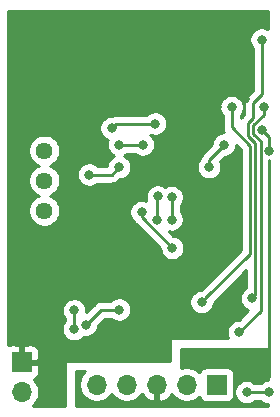
<source format=gbr>
%TF.GenerationSoftware,KiCad,Pcbnew,(5.1.6)-1*%
%TF.CreationDate,2021-05-29T12:16:40-05:00*%
%TF.ProjectId,Sapphire_AnalogMic,53617070-6869-4726-955f-416e616c6f67,rev?*%
%TF.SameCoordinates,Original*%
%TF.FileFunction,Copper,L2,Bot*%
%TF.FilePolarity,Positive*%
%FSLAX46Y46*%
G04 Gerber Fmt 4.6, Leading zero omitted, Abs format (unit mm)*
G04 Created by KiCad (PCBNEW (5.1.6)-1) date 2021-05-29 12:16:40*
%MOMM*%
%LPD*%
G01*
G04 APERTURE LIST*
%TA.AperFunction,ComponentPad*%
%ADD10C,1.440000*%
%TD*%
%TA.AperFunction,ComponentPad*%
%ADD11O,1.700000X1.700000*%
%TD*%
%TA.AperFunction,ComponentPad*%
%ADD12R,1.700000X1.700000*%
%TD*%
%TA.AperFunction,ViaPad*%
%ADD13C,0.800000*%
%TD*%
%TA.AperFunction,Conductor*%
%ADD14C,0.250000*%
%TD*%
%TA.AperFunction,Conductor*%
%ADD15C,0.254000*%
%TD*%
G04 APERTURE END LIST*
D10*
%TO.P,RV101,3*%
%TO.N,Net-(R106-Pad2)*%
X113030000Y-117348000D03*
%TO.P,RV101,2*%
X113030000Y-114808000D03*
%TO.P,RV101,1*%
%TO.N,/MIC_REF*%
X113030000Y-112268000D03*
%TD*%
D11*
%TO.P,MK101,2*%
%TO.N,/MIC_OUT*%
X111125000Y-132715000D03*
D12*
%TO.P,MK101,1*%
%TO.N,GNDA*%
X111125000Y-130175000D03*
%TD*%
D11*
%TO.P,J101,5*%
%TO.N,/I2C_SDA*%
X117475000Y-132080000D03*
%TO.P,J101,4*%
%TO.N,/I2C_SCL*%
X120015000Y-132080000D03*
%TO.P,J101,3*%
%TO.N,/PGND*%
X122555000Y-132080000D03*
%TO.P,J101,2*%
%TO.N,/FILTER_CLOCK*%
X125095000Y-132080000D03*
D12*
%TO.P,J101,1*%
%TO.N,/P3V3*%
X127635000Y-132080000D03*
%TD*%
D13*
%TO.N,GNDA*%
X116840000Y-119380000D03*
X127635000Y-108585000D03*
X123825000Y-125730000D03*
X116840000Y-123825000D03*
X116825642Y-129540997D03*
X119380000Y-105410000D03*
X129449990Y-120650000D03*
X123956913Y-111891913D03*
X130059331Y-107938403D03*
X112395000Y-124460000D03*
X116205000Y-102870000D03*
%TO.N,+3.3VADC*%
X127000000Y-113665000D03*
X128270000Y-111760000D03*
X129540000Y-127635000D03*
X131639934Y-108585000D03*
%TO.N,+1V5*%
X122555000Y-118110000D03*
X122651503Y-116154186D03*
X122428000Y-109982000D03*
X118745000Y-110363000D03*
%TO.N,/FILTER_CLOCK*%
X130175000Y-132715000D03*
X132080000Y-132715000D03*
X131445000Y-110490000D03*
X132080000Y-112304990D03*
%TO.N,+3V0*%
X128905000Y-108585000D03*
X126365000Y-125095000D03*
X119380000Y-125730000D03*
X116586000Y-127000000D03*
%TO.N,/I2C_SCL*%
X131445000Y-102870000D03*
X130629989Y-124781649D03*
%TO.N,/RgB*%
X123873900Y-120497501D03*
X121285000Y-117474992D03*
%TO.N,/FILTER_IN*%
X123825000Y-116205000D03*
X123825000Y-118110000D03*
%TO.N,Net-(JP104-Pad2)*%
X119380000Y-111760000D03*
X121385970Y-111761326D03*
%TO.N,/MIC_OUT*%
X119380000Y-113665000D03*
X116840000Y-114300010D03*
X115570000Y-125792490D03*
X115570000Y-127381000D03*
%TD*%
D14*
%TO.N,GNDA*%
X127635000Y-105410000D02*
X130059331Y-107834331D01*
X130059331Y-107834331D02*
X130059331Y-107938403D01*
%TO.N,+3.3VADC*%
X127000000Y-113665000D02*
X127000000Y-113030000D01*
X127000000Y-113030000D02*
X128270000Y-111760000D01*
X130719998Y-110141998D02*
X131639934Y-109222062D01*
X131354999Y-125820001D02*
X131354999Y-111473003D01*
X130719998Y-110838002D02*
X130719998Y-110141998D01*
X131354999Y-111473003D02*
X130719998Y-110838002D01*
X129540000Y-127635000D02*
X131354999Y-125820001D01*
X131639934Y-109222062D02*
X131639934Y-108585000D01*
%TO.N,+1V5*%
X122555000Y-118110000D02*
X122555000Y-116250689D01*
X122555000Y-116250689D02*
X122651503Y-116154186D01*
X122428000Y-109982000D02*
X119253000Y-109982000D01*
X119253000Y-109982000D02*
X119126000Y-109982000D01*
X119126000Y-109982000D02*
X118745000Y-110363000D01*
%TO.N,/FILTER_CLOCK*%
X130175000Y-132715000D02*
X132080000Y-132715000D01*
X132080000Y-111125000D02*
X132080000Y-112304990D01*
X131445000Y-110490000D02*
X132080000Y-111125000D01*
%TO.N,+3V0*%
X128905000Y-108585000D02*
X128905000Y-110295825D01*
X126764999Y-124695001D02*
X126365000Y-125095000D01*
X130454977Y-111845802D02*
X130454977Y-121005024D01*
X130454977Y-121005024D02*
X126764999Y-124695001D01*
X128905000Y-110295825D02*
X130454977Y-111845802D01*
X119380000Y-125730000D02*
X117856000Y-125730000D01*
X117856000Y-125730000D02*
X116586000Y-127000000D01*
%TO.N,/PGND*%
X129540000Y-129540000D02*
X132080000Y-129540000D01*
X132080000Y-114300000D02*
X132080000Y-129540000D01*
X132080000Y-129540000D02*
X132080000Y-131445000D01*
X132080000Y-114300000D02*
X132080000Y-113665000D01*
X132080000Y-113665000D02*
X132080000Y-113030000D01*
X129540000Y-129540000D02*
X125095000Y-129540000D01*
%TO.N,/I2C_SCL*%
X131445000Y-102870000D02*
X131445000Y-107511996D01*
X130904988Y-124506650D02*
X130629989Y-124781649D01*
X130269987Y-109955598D02*
X130269987Y-111024402D01*
X130904988Y-111659403D02*
X130904988Y-124506650D01*
X130719998Y-108236998D02*
X130719998Y-109505587D01*
X130719998Y-109505587D02*
X130269987Y-109955598D01*
X130269987Y-111024402D02*
X130904988Y-111659403D01*
X131445000Y-107511996D02*
X130719998Y-108236998D01*
%TO.N,/RgB*%
X123873900Y-120497501D02*
X121285000Y-117908601D01*
X121285000Y-117908601D02*
X121285000Y-117474992D01*
%TO.N,/FILTER_IN*%
X123825000Y-116205000D02*
X123825000Y-118110000D01*
%TO.N,Net-(JP104-Pad2)*%
X121384644Y-111760000D02*
X121385970Y-111761326D01*
X119380000Y-111760000D02*
X121384644Y-111760000D01*
%TO.N,/MIC_OUT*%
X119380000Y-113665000D02*
X118744990Y-114300010D01*
X118744990Y-114300010D02*
X116840000Y-114300010D01*
X115570000Y-125792490D02*
X115570000Y-127381000D01*
%TD*%
D15*
%TO.N,GNDA*%
G36*
X131953000Y-101964651D02*
G01*
X131935256Y-101952795D01*
X131746898Y-101874774D01*
X131546939Y-101835000D01*
X131343061Y-101835000D01*
X131143102Y-101874774D01*
X130954744Y-101952795D01*
X130785226Y-102066063D01*
X130641063Y-102210226D01*
X130527795Y-102379744D01*
X130449774Y-102568102D01*
X130410000Y-102768061D01*
X130410000Y-102971939D01*
X130449774Y-103171898D01*
X130527795Y-103360256D01*
X130641063Y-103529774D01*
X130685000Y-103573711D01*
X130685001Y-107197193D01*
X130209000Y-107673195D01*
X130179997Y-107696997D01*
X130124869Y-107764172D01*
X130085024Y-107812722D01*
X130049355Y-107879454D01*
X130014452Y-107944752D01*
X129970995Y-108088013D01*
X129959998Y-108199666D01*
X129959998Y-108199676D01*
X129956322Y-108236998D01*
X129959998Y-108274321D01*
X129959999Y-109190785D01*
X129758990Y-109391794D01*
X129729986Y-109415597D01*
X129674858Y-109482772D01*
X129665000Y-109494783D01*
X129665000Y-109288711D01*
X129708937Y-109244774D01*
X129822205Y-109075256D01*
X129900226Y-108886898D01*
X129940000Y-108686939D01*
X129940000Y-108483061D01*
X129900226Y-108283102D01*
X129822205Y-108094744D01*
X129708937Y-107925226D01*
X129564774Y-107781063D01*
X129395256Y-107667795D01*
X129206898Y-107589774D01*
X129006939Y-107550000D01*
X128803061Y-107550000D01*
X128603102Y-107589774D01*
X128414744Y-107667795D01*
X128245226Y-107781063D01*
X128101063Y-107925226D01*
X127987795Y-108094744D01*
X127909774Y-108283102D01*
X127870000Y-108483061D01*
X127870000Y-108686939D01*
X127909774Y-108886898D01*
X127987795Y-109075256D01*
X128101063Y-109244774D01*
X128145000Y-109288711D01*
X128145001Y-110258493D01*
X128141324Y-110295825D01*
X128145001Y-110333158D01*
X128155998Y-110444811D01*
X128162104Y-110464939D01*
X128199454Y-110588071D01*
X128270026Y-110720101D01*
X128274047Y-110725000D01*
X128168061Y-110725000D01*
X127968102Y-110764774D01*
X127779744Y-110842795D01*
X127610226Y-110956063D01*
X127466063Y-111100226D01*
X127352795Y-111269744D01*
X127274774Y-111458102D01*
X127235000Y-111658061D01*
X127235000Y-111720198D01*
X126488998Y-112466201D01*
X126460000Y-112489999D01*
X126436202Y-112518997D01*
X126436201Y-112518998D01*
X126365026Y-112605724D01*
X126326110Y-112678531D01*
X126294454Y-112737753D01*
X126250997Y-112881014D01*
X126243428Y-112957861D01*
X126196063Y-113005226D01*
X126082795Y-113174744D01*
X126004774Y-113363102D01*
X125965000Y-113563061D01*
X125965000Y-113766939D01*
X126004774Y-113966898D01*
X126082795Y-114155256D01*
X126196063Y-114324774D01*
X126340226Y-114468937D01*
X126509744Y-114582205D01*
X126698102Y-114660226D01*
X126898061Y-114700000D01*
X127101939Y-114700000D01*
X127301898Y-114660226D01*
X127490256Y-114582205D01*
X127659774Y-114468937D01*
X127803937Y-114324774D01*
X127917205Y-114155256D01*
X127995226Y-113966898D01*
X128035000Y-113766939D01*
X128035000Y-113563061D01*
X127995226Y-113363102D01*
X127920969Y-113183832D01*
X128309802Y-112795000D01*
X128371939Y-112795000D01*
X128571898Y-112755226D01*
X128760256Y-112677205D01*
X128929774Y-112563937D01*
X129073937Y-112419774D01*
X129187205Y-112250256D01*
X129265226Y-112061898D01*
X129305000Y-111861939D01*
X129305000Y-111770627D01*
X129694977Y-112160605D01*
X129694978Y-120690221D01*
X126325199Y-124060000D01*
X126263061Y-124060000D01*
X126063102Y-124099774D01*
X125874744Y-124177795D01*
X125705226Y-124291063D01*
X125561063Y-124435226D01*
X125447795Y-124604744D01*
X125369774Y-124793102D01*
X125330000Y-124993061D01*
X125330000Y-125196939D01*
X125369774Y-125396898D01*
X125447795Y-125585256D01*
X125561063Y-125754774D01*
X125705226Y-125898937D01*
X125874744Y-126012205D01*
X126063102Y-126090226D01*
X126263061Y-126130000D01*
X126466939Y-126130000D01*
X126666898Y-126090226D01*
X126855256Y-126012205D01*
X127024774Y-125898937D01*
X127168937Y-125754774D01*
X127282205Y-125585256D01*
X127360226Y-125396898D01*
X127400000Y-125196939D01*
X127400000Y-125134801D01*
X130144989Y-122389814D01*
X130144989Y-123862267D01*
X130139733Y-123864444D01*
X129970215Y-123977712D01*
X129826052Y-124121875D01*
X129712784Y-124291393D01*
X129634763Y-124479751D01*
X129594989Y-124679710D01*
X129594989Y-124883588D01*
X129634763Y-125083547D01*
X129712784Y-125271905D01*
X129826052Y-125441423D01*
X129970215Y-125585586D01*
X130139733Y-125698854D01*
X130324720Y-125775479D01*
X129500199Y-126600000D01*
X129438061Y-126600000D01*
X129238102Y-126639774D01*
X129049744Y-126717795D01*
X128880226Y-126831063D01*
X128736063Y-126975226D01*
X128622795Y-127144744D01*
X128544774Y-127333102D01*
X128505000Y-127533061D01*
X128505000Y-127736939D01*
X128544774Y-127936898D01*
X128622795Y-128125256D01*
X128634651Y-128143000D01*
X123825000Y-128143000D01*
X123800224Y-128145440D01*
X123776399Y-128152667D01*
X123754443Y-128164403D01*
X123735197Y-128180197D01*
X123719403Y-128199443D01*
X123707667Y-128221399D01*
X123700440Y-128245224D01*
X123698000Y-128270000D01*
X123698000Y-130048000D01*
X114935000Y-130048000D01*
X114910224Y-130050440D01*
X114886399Y-130057667D01*
X114864443Y-130069403D01*
X114845197Y-130085197D01*
X114829403Y-130104443D01*
X114817667Y-130126399D01*
X114810440Y-130150224D01*
X114808000Y-130175000D01*
X114808000Y-133858000D01*
X112082107Y-133858000D01*
X112278475Y-133661632D01*
X112440990Y-133418411D01*
X112552932Y-133148158D01*
X112610000Y-132861260D01*
X112610000Y-132568740D01*
X112552932Y-132281842D01*
X112440990Y-132011589D01*
X112278475Y-131768368D01*
X112146620Y-131636513D01*
X112219180Y-131614502D01*
X112329494Y-131555537D01*
X112426185Y-131476185D01*
X112505537Y-131379494D01*
X112564502Y-131269180D01*
X112600812Y-131149482D01*
X112613072Y-131025000D01*
X112610000Y-130460750D01*
X112451250Y-130302000D01*
X111252000Y-130302000D01*
X111252000Y-130322000D01*
X110998000Y-130322000D01*
X110998000Y-130302000D01*
X110978000Y-130302000D01*
X110978000Y-130048000D01*
X110998000Y-130048000D01*
X110998000Y-128848750D01*
X111252000Y-128848750D01*
X111252000Y-130048000D01*
X112451250Y-130048000D01*
X112610000Y-129889250D01*
X112613072Y-129325000D01*
X112600812Y-129200518D01*
X112564502Y-129080820D01*
X112505537Y-128970506D01*
X112426185Y-128873815D01*
X112329494Y-128794463D01*
X112219180Y-128735498D01*
X112099482Y-128699188D01*
X111975000Y-128686928D01*
X111410750Y-128690000D01*
X111252000Y-128848750D01*
X110998000Y-128848750D01*
X110839250Y-128690000D01*
X110275000Y-128686928D01*
X110150518Y-128699188D01*
X110030820Y-128735498D01*
X109982000Y-128761593D01*
X109982000Y-125690551D01*
X114535000Y-125690551D01*
X114535000Y-125894429D01*
X114574774Y-126094388D01*
X114652795Y-126282746D01*
X114766063Y-126452264D01*
X114810000Y-126496201D01*
X114810001Y-126677288D01*
X114766063Y-126721226D01*
X114652795Y-126890744D01*
X114574774Y-127079102D01*
X114535000Y-127279061D01*
X114535000Y-127482939D01*
X114574774Y-127682898D01*
X114652795Y-127871256D01*
X114766063Y-128040774D01*
X114910226Y-128184937D01*
X115079744Y-128298205D01*
X115268102Y-128376226D01*
X115468061Y-128416000D01*
X115671939Y-128416000D01*
X115871898Y-128376226D01*
X116060256Y-128298205D01*
X116229774Y-128184937D01*
X116373937Y-128040774D01*
X116390262Y-128016342D01*
X116484061Y-128035000D01*
X116687939Y-128035000D01*
X116887898Y-127995226D01*
X117076256Y-127917205D01*
X117245774Y-127803937D01*
X117389937Y-127659774D01*
X117503205Y-127490256D01*
X117581226Y-127301898D01*
X117621000Y-127101939D01*
X117621000Y-127039801D01*
X118170802Y-126490000D01*
X118676289Y-126490000D01*
X118720226Y-126533937D01*
X118889744Y-126647205D01*
X119078102Y-126725226D01*
X119278061Y-126765000D01*
X119481939Y-126765000D01*
X119681898Y-126725226D01*
X119870256Y-126647205D01*
X120039774Y-126533937D01*
X120183937Y-126389774D01*
X120297205Y-126220256D01*
X120375226Y-126031898D01*
X120415000Y-125831939D01*
X120415000Y-125628061D01*
X120375226Y-125428102D01*
X120297205Y-125239744D01*
X120183937Y-125070226D01*
X120039774Y-124926063D01*
X119870256Y-124812795D01*
X119681898Y-124734774D01*
X119481939Y-124695000D01*
X119278061Y-124695000D01*
X119078102Y-124734774D01*
X118889744Y-124812795D01*
X118720226Y-124926063D01*
X118676289Y-124970000D01*
X117893322Y-124970000D01*
X117855999Y-124966324D01*
X117818676Y-124970000D01*
X117818667Y-124970000D01*
X117707014Y-124980997D01*
X117563753Y-125024454D01*
X117431724Y-125095026D01*
X117315999Y-125189999D01*
X117292201Y-125218997D01*
X116602078Y-125909121D01*
X116605000Y-125894429D01*
X116605000Y-125690551D01*
X116565226Y-125490592D01*
X116487205Y-125302234D01*
X116373937Y-125132716D01*
X116229774Y-124988553D01*
X116060256Y-124875285D01*
X115871898Y-124797264D01*
X115671939Y-124757490D01*
X115468061Y-124757490D01*
X115268102Y-124797264D01*
X115079744Y-124875285D01*
X114910226Y-124988553D01*
X114766063Y-125132716D01*
X114652795Y-125302234D01*
X114574774Y-125490592D01*
X114535000Y-125690551D01*
X109982000Y-125690551D01*
X109982000Y-112134544D01*
X111675000Y-112134544D01*
X111675000Y-112401456D01*
X111727072Y-112663239D01*
X111829215Y-112909833D01*
X111977503Y-113131762D01*
X112166238Y-113320497D01*
X112388167Y-113468785D01*
X112555266Y-113538000D01*
X112388167Y-113607215D01*
X112166238Y-113755503D01*
X111977503Y-113944238D01*
X111829215Y-114166167D01*
X111727072Y-114412761D01*
X111675000Y-114674544D01*
X111675000Y-114941456D01*
X111727072Y-115203239D01*
X111829215Y-115449833D01*
X111977503Y-115671762D01*
X112166238Y-115860497D01*
X112388167Y-116008785D01*
X112555266Y-116078000D01*
X112388167Y-116147215D01*
X112166238Y-116295503D01*
X111977503Y-116484238D01*
X111829215Y-116706167D01*
X111727072Y-116952761D01*
X111675000Y-117214544D01*
X111675000Y-117481456D01*
X111727072Y-117743239D01*
X111829215Y-117989833D01*
X111977503Y-118211762D01*
X112166238Y-118400497D01*
X112388167Y-118548785D01*
X112634761Y-118650928D01*
X112896544Y-118703000D01*
X113163456Y-118703000D01*
X113425239Y-118650928D01*
X113671833Y-118548785D01*
X113893762Y-118400497D01*
X114082497Y-118211762D01*
X114230785Y-117989833D01*
X114332928Y-117743239D01*
X114385000Y-117481456D01*
X114385000Y-117373053D01*
X120250000Y-117373053D01*
X120250000Y-117576931D01*
X120289774Y-117776890D01*
X120367795Y-117965248D01*
X120481063Y-118134766D01*
X120616555Y-118270258D01*
X120650026Y-118332877D01*
X120689871Y-118381427D01*
X120744999Y-118448602D01*
X120774003Y-118472405D01*
X122838900Y-120537304D01*
X122838900Y-120599440D01*
X122878674Y-120799399D01*
X122956695Y-120987757D01*
X123069963Y-121157275D01*
X123214126Y-121301438D01*
X123383644Y-121414706D01*
X123572002Y-121492727D01*
X123771961Y-121532501D01*
X123975839Y-121532501D01*
X124175798Y-121492727D01*
X124364156Y-121414706D01*
X124533674Y-121301438D01*
X124677837Y-121157275D01*
X124791105Y-120987757D01*
X124869126Y-120799399D01*
X124908900Y-120599440D01*
X124908900Y-120395562D01*
X124869126Y-120195603D01*
X124791105Y-120007245D01*
X124677837Y-119837727D01*
X124533674Y-119693564D01*
X124364156Y-119580296D01*
X124175798Y-119502275D01*
X123975839Y-119462501D01*
X123913703Y-119462501D01*
X123564702Y-119113501D01*
X123723061Y-119145000D01*
X123926939Y-119145000D01*
X124126898Y-119105226D01*
X124315256Y-119027205D01*
X124484774Y-118913937D01*
X124628937Y-118769774D01*
X124742205Y-118600256D01*
X124820226Y-118411898D01*
X124860000Y-118211939D01*
X124860000Y-118008061D01*
X124820226Y-117808102D01*
X124742205Y-117619744D01*
X124628937Y-117450226D01*
X124585000Y-117406289D01*
X124585000Y-116908711D01*
X124628937Y-116864774D01*
X124742205Y-116695256D01*
X124820226Y-116506898D01*
X124860000Y-116306939D01*
X124860000Y-116103061D01*
X124820226Y-115903102D01*
X124742205Y-115714744D01*
X124628937Y-115545226D01*
X124484774Y-115401063D01*
X124315256Y-115287795D01*
X124126898Y-115209774D01*
X123926939Y-115170000D01*
X123723061Y-115170000D01*
X123523102Y-115209774D01*
X123334744Y-115287795D01*
X123276276Y-115326862D01*
X123141759Y-115236981D01*
X122953401Y-115158960D01*
X122753442Y-115119186D01*
X122549564Y-115119186D01*
X122349605Y-115158960D01*
X122161247Y-115236981D01*
X121991729Y-115350249D01*
X121847566Y-115494412D01*
X121734298Y-115663930D01*
X121656277Y-115852288D01*
X121616503Y-116052247D01*
X121616503Y-116256125D01*
X121656277Y-116456084D01*
X121682487Y-116519361D01*
X121586898Y-116479766D01*
X121386939Y-116439992D01*
X121183061Y-116439992D01*
X120983102Y-116479766D01*
X120794744Y-116557787D01*
X120625226Y-116671055D01*
X120481063Y-116815218D01*
X120367795Y-116984736D01*
X120289774Y-117173094D01*
X120250000Y-117373053D01*
X114385000Y-117373053D01*
X114385000Y-117214544D01*
X114332928Y-116952761D01*
X114230785Y-116706167D01*
X114082497Y-116484238D01*
X113893762Y-116295503D01*
X113671833Y-116147215D01*
X113504734Y-116078000D01*
X113671833Y-116008785D01*
X113893762Y-115860497D01*
X114082497Y-115671762D01*
X114230785Y-115449833D01*
X114332928Y-115203239D01*
X114385000Y-114941456D01*
X114385000Y-114674544D01*
X114332928Y-114412761D01*
X114244001Y-114198071D01*
X115805000Y-114198071D01*
X115805000Y-114401949D01*
X115844774Y-114601908D01*
X115922795Y-114790266D01*
X116036063Y-114959784D01*
X116180226Y-115103947D01*
X116349744Y-115217215D01*
X116538102Y-115295236D01*
X116738061Y-115335010D01*
X116941939Y-115335010D01*
X117141898Y-115295236D01*
X117330256Y-115217215D01*
X117499774Y-115103947D01*
X117543711Y-115060010D01*
X118707668Y-115060010D01*
X118744990Y-115063686D01*
X118782312Y-115060010D01*
X118782323Y-115060010D01*
X118893976Y-115049013D01*
X119037237Y-115005556D01*
X119169266Y-114934984D01*
X119284991Y-114840011D01*
X119308793Y-114811008D01*
X119419801Y-114700000D01*
X119481939Y-114700000D01*
X119681898Y-114660226D01*
X119870256Y-114582205D01*
X120039774Y-114468937D01*
X120183937Y-114324774D01*
X120297205Y-114155256D01*
X120375226Y-113966898D01*
X120415000Y-113766939D01*
X120415000Y-113563061D01*
X120375226Y-113363102D01*
X120297205Y-113174744D01*
X120183937Y-113005226D01*
X120039774Y-112861063D01*
X119870256Y-112747795D01*
X119785047Y-112712500D01*
X119870256Y-112677205D01*
X120039774Y-112563937D01*
X120083711Y-112520000D01*
X120680933Y-112520000D01*
X120726196Y-112565263D01*
X120895714Y-112678531D01*
X121084072Y-112756552D01*
X121284031Y-112796326D01*
X121487909Y-112796326D01*
X121687868Y-112756552D01*
X121876226Y-112678531D01*
X122045744Y-112565263D01*
X122189907Y-112421100D01*
X122303175Y-112251582D01*
X122381196Y-112063224D01*
X122420970Y-111863265D01*
X122420970Y-111659387D01*
X122381196Y-111459428D01*
X122303175Y-111271070D01*
X122189907Y-111101552D01*
X122045744Y-110957389D01*
X121992788Y-110922005D01*
X122126102Y-110977226D01*
X122326061Y-111017000D01*
X122529939Y-111017000D01*
X122729898Y-110977226D01*
X122918256Y-110899205D01*
X123087774Y-110785937D01*
X123231937Y-110641774D01*
X123345205Y-110472256D01*
X123423226Y-110283898D01*
X123463000Y-110083939D01*
X123463000Y-109880061D01*
X123423226Y-109680102D01*
X123345205Y-109491744D01*
X123231937Y-109322226D01*
X123087774Y-109178063D01*
X122918256Y-109064795D01*
X122729898Y-108986774D01*
X122529939Y-108947000D01*
X122326061Y-108947000D01*
X122126102Y-108986774D01*
X121937744Y-109064795D01*
X121768226Y-109178063D01*
X121724289Y-109222000D01*
X119163322Y-109222000D01*
X119125999Y-109218324D01*
X119088676Y-109222000D01*
X119088667Y-109222000D01*
X118977014Y-109232997D01*
X118833753Y-109276454D01*
X118737319Y-109328000D01*
X118643061Y-109328000D01*
X118443102Y-109367774D01*
X118254744Y-109445795D01*
X118085226Y-109559063D01*
X117941063Y-109703226D01*
X117827795Y-109872744D01*
X117749774Y-110061102D01*
X117710000Y-110261061D01*
X117710000Y-110464939D01*
X117749774Y-110664898D01*
X117827795Y-110853256D01*
X117941063Y-111022774D01*
X118085226Y-111166937D01*
X118254744Y-111280205D01*
X118428628Y-111352231D01*
X118384774Y-111458102D01*
X118345000Y-111658061D01*
X118345000Y-111861939D01*
X118384774Y-112061898D01*
X118462795Y-112250256D01*
X118576063Y-112419774D01*
X118720226Y-112563937D01*
X118889744Y-112677205D01*
X118974953Y-112712500D01*
X118889744Y-112747795D01*
X118720226Y-112861063D01*
X118576063Y-113005226D01*
X118462795Y-113174744D01*
X118384774Y-113363102D01*
X118349585Y-113540010D01*
X117543711Y-113540010D01*
X117499774Y-113496073D01*
X117330256Y-113382805D01*
X117141898Y-113304784D01*
X116941939Y-113265010D01*
X116738061Y-113265010D01*
X116538102Y-113304784D01*
X116349744Y-113382805D01*
X116180226Y-113496073D01*
X116036063Y-113640236D01*
X115922795Y-113809754D01*
X115844774Y-113998112D01*
X115805000Y-114198071D01*
X114244001Y-114198071D01*
X114230785Y-114166167D01*
X114082497Y-113944238D01*
X113893762Y-113755503D01*
X113671833Y-113607215D01*
X113504734Y-113538000D01*
X113671833Y-113468785D01*
X113893762Y-113320497D01*
X114082497Y-113131762D01*
X114230785Y-112909833D01*
X114332928Y-112663239D01*
X114385000Y-112401456D01*
X114385000Y-112134544D01*
X114332928Y-111872761D01*
X114230785Y-111626167D01*
X114082497Y-111404238D01*
X113893762Y-111215503D01*
X113671833Y-111067215D01*
X113425239Y-110965072D01*
X113163456Y-110913000D01*
X112896544Y-110913000D01*
X112634761Y-110965072D01*
X112388167Y-111067215D01*
X112166238Y-111215503D01*
X111977503Y-111404238D01*
X111829215Y-111626167D01*
X111727072Y-111872761D01*
X111675000Y-112134544D01*
X109982000Y-112134544D01*
X109982000Y-100457000D01*
X131953000Y-100457000D01*
X131953000Y-101964651D01*
G37*
X131953000Y-101964651D02*
X131935256Y-101952795D01*
X131746898Y-101874774D01*
X131546939Y-101835000D01*
X131343061Y-101835000D01*
X131143102Y-101874774D01*
X130954744Y-101952795D01*
X130785226Y-102066063D01*
X130641063Y-102210226D01*
X130527795Y-102379744D01*
X130449774Y-102568102D01*
X130410000Y-102768061D01*
X130410000Y-102971939D01*
X130449774Y-103171898D01*
X130527795Y-103360256D01*
X130641063Y-103529774D01*
X130685000Y-103573711D01*
X130685001Y-107197193D01*
X130209000Y-107673195D01*
X130179997Y-107696997D01*
X130124869Y-107764172D01*
X130085024Y-107812722D01*
X130049355Y-107879454D01*
X130014452Y-107944752D01*
X129970995Y-108088013D01*
X129959998Y-108199666D01*
X129959998Y-108199676D01*
X129956322Y-108236998D01*
X129959998Y-108274321D01*
X129959999Y-109190785D01*
X129758990Y-109391794D01*
X129729986Y-109415597D01*
X129674858Y-109482772D01*
X129665000Y-109494783D01*
X129665000Y-109288711D01*
X129708937Y-109244774D01*
X129822205Y-109075256D01*
X129900226Y-108886898D01*
X129940000Y-108686939D01*
X129940000Y-108483061D01*
X129900226Y-108283102D01*
X129822205Y-108094744D01*
X129708937Y-107925226D01*
X129564774Y-107781063D01*
X129395256Y-107667795D01*
X129206898Y-107589774D01*
X129006939Y-107550000D01*
X128803061Y-107550000D01*
X128603102Y-107589774D01*
X128414744Y-107667795D01*
X128245226Y-107781063D01*
X128101063Y-107925226D01*
X127987795Y-108094744D01*
X127909774Y-108283102D01*
X127870000Y-108483061D01*
X127870000Y-108686939D01*
X127909774Y-108886898D01*
X127987795Y-109075256D01*
X128101063Y-109244774D01*
X128145000Y-109288711D01*
X128145001Y-110258493D01*
X128141324Y-110295825D01*
X128145001Y-110333158D01*
X128155998Y-110444811D01*
X128162104Y-110464939D01*
X128199454Y-110588071D01*
X128270026Y-110720101D01*
X128274047Y-110725000D01*
X128168061Y-110725000D01*
X127968102Y-110764774D01*
X127779744Y-110842795D01*
X127610226Y-110956063D01*
X127466063Y-111100226D01*
X127352795Y-111269744D01*
X127274774Y-111458102D01*
X127235000Y-111658061D01*
X127235000Y-111720198D01*
X126488998Y-112466201D01*
X126460000Y-112489999D01*
X126436202Y-112518997D01*
X126436201Y-112518998D01*
X126365026Y-112605724D01*
X126326110Y-112678531D01*
X126294454Y-112737753D01*
X126250997Y-112881014D01*
X126243428Y-112957861D01*
X126196063Y-113005226D01*
X126082795Y-113174744D01*
X126004774Y-113363102D01*
X125965000Y-113563061D01*
X125965000Y-113766939D01*
X126004774Y-113966898D01*
X126082795Y-114155256D01*
X126196063Y-114324774D01*
X126340226Y-114468937D01*
X126509744Y-114582205D01*
X126698102Y-114660226D01*
X126898061Y-114700000D01*
X127101939Y-114700000D01*
X127301898Y-114660226D01*
X127490256Y-114582205D01*
X127659774Y-114468937D01*
X127803937Y-114324774D01*
X127917205Y-114155256D01*
X127995226Y-113966898D01*
X128035000Y-113766939D01*
X128035000Y-113563061D01*
X127995226Y-113363102D01*
X127920969Y-113183832D01*
X128309802Y-112795000D01*
X128371939Y-112795000D01*
X128571898Y-112755226D01*
X128760256Y-112677205D01*
X128929774Y-112563937D01*
X129073937Y-112419774D01*
X129187205Y-112250256D01*
X129265226Y-112061898D01*
X129305000Y-111861939D01*
X129305000Y-111770627D01*
X129694977Y-112160605D01*
X129694978Y-120690221D01*
X126325199Y-124060000D01*
X126263061Y-124060000D01*
X126063102Y-124099774D01*
X125874744Y-124177795D01*
X125705226Y-124291063D01*
X125561063Y-124435226D01*
X125447795Y-124604744D01*
X125369774Y-124793102D01*
X125330000Y-124993061D01*
X125330000Y-125196939D01*
X125369774Y-125396898D01*
X125447795Y-125585256D01*
X125561063Y-125754774D01*
X125705226Y-125898937D01*
X125874744Y-126012205D01*
X126063102Y-126090226D01*
X126263061Y-126130000D01*
X126466939Y-126130000D01*
X126666898Y-126090226D01*
X126855256Y-126012205D01*
X127024774Y-125898937D01*
X127168937Y-125754774D01*
X127282205Y-125585256D01*
X127360226Y-125396898D01*
X127400000Y-125196939D01*
X127400000Y-125134801D01*
X130144989Y-122389814D01*
X130144989Y-123862267D01*
X130139733Y-123864444D01*
X129970215Y-123977712D01*
X129826052Y-124121875D01*
X129712784Y-124291393D01*
X129634763Y-124479751D01*
X129594989Y-124679710D01*
X129594989Y-124883588D01*
X129634763Y-125083547D01*
X129712784Y-125271905D01*
X129826052Y-125441423D01*
X129970215Y-125585586D01*
X130139733Y-125698854D01*
X130324720Y-125775479D01*
X129500199Y-126600000D01*
X129438061Y-126600000D01*
X129238102Y-126639774D01*
X129049744Y-126717795D01*
X128880226Y-126831063D01*
X128736063Y-126975226D01*
X128622795Y-127144744D01*
X128544774Y-127333102D01*
X128505000Y-127533061D01*
X128505000Y-127736939D01*
X128544774Y-127936898D01*
X128622795Y-128125256D01*
X128634651Y-128143000D01*
X123825000Y-128143000D01*
X123800224Y-128145440D01*
X123776399Y-128152667D01*
X123754443Y-128164403D01*
X123735197Y-128180197D01*
X123719403Y-128199443D01*
X123707667Y-128221399D01*
X123700440Y-128245224D01*
X123698000Y-128270000D01*
X123698000Y-130048000D01*
X114935000Y-130048000D01*
X114910224Y-130050440D01*
X114886399Y-130057667D01*
X114864443Y-130069403D01*
X114845197Y-130085197D01*
X114829403Y-130104443D01*
X114817667Y-130126399D01*
X114810440Y-130150224D01*
X114808000Y-130175000D01*
X114808000Y-133858000D01*
X112082107Y-133858000D01*
X112278475Y-133661632D01*
X112440990Y-133418411D01*
X112552932Y-133148158D01*
X112610000Y-132861260D01*
X112610000Y-132568740D01*
X112552932Y-132281842D01*
X112440990Y-132011589D01*
X112278475Y-131768368D01*
X112146620Y-131636513D01*
X112219180Y-131614502D01*
X112329494Y-131555537D01*
X112426185Y-131476185D01*
X112505537Y-131379494D01*
X112564502Y-131269180D01*
X112600812Y-131149482D01*
X112613072Y-131025000D01*
X112610000Y-130460750D01*
X112451250Y-130302000D01*
X111252000Y-130302000D01*
X111252000Y-130322000D01*
X110998000Y-130322000D01*
X110998000Y-130302000D01*
X110978000Y-130302000D01*
X110978000Y-130048000D01*
X110998000Y-130048000D01*
X110998000Y-128848750D01*
X111252000Y-128848750D01*
X111252000Y-130048000D01*
X112451250Y-130048000D01*
X112610000Y-129889250D01*
X112613072Y-129325000D01*
X112600812Y-129200518D01*
X112564502Y-129080820D01*
X112505537Y-128970506D01*
X112426185Y-128873815D01*
X112329494Y-128794463D01*
X112219180Y-128735498D01*
X112099482Y-128699188D01*
X111975000Y-128686928D01*
X111410750Y-128690000D01*
X111252000Y-128848750D01*
X110998000Y-128848750D01*
X110839250Y-128690000D01*
X110275000Y-128686928D01*
X110150518Y-128699188D01*
X110030820Y-128735498D01*
X109982000Y-128761593D01*
X109982000Y-125690551D01*
X114535000Y-125690551D01*
X114535000Y-125894429D01*
X114574774Y-126094388D01*
X114652795Y-126282746D01*
X114766063Y-126452264D01*
X114810000Y-126496201D01*
X114810001Y-126677288D01*
X114766063Y-126721226D01*
X114652795Y-126890744D01*
X114574774Y-127079102D01*
X114535000Y-127279061D01*
X114535000Y-127482939D01*
X114574774Y-127682898D01*
X114652795Y-127871256D01*
X114766063Y-128040774D01*
X114910226Y-128184937D01*
X115079744Y-128298205D01*
X115268102Y-128376226D01*
X115468061Y-128416000D01*
X115671939Y-128416000D01*
X115871898Y-128376226D01*
X116060256Y-128298205D01*
X116229774Y-128184937D01*
X116373937Y-128040774D01*
X116390262Y-128016342D01*
X116484061Y-128035000D01*
X116687939Y-128035000D01*
X116887898Y-127995226D01*
X117076256Y-127917205D01*
X117245774Y-127803937D01*
X117389937Y-127659774D01*
X117503205Y-127490256D01*
X117581226Y-127301898D01*
X117621000Y-127101939D01*
X117621000Y-127039801D01*
X118170802Y-126490000D01*
X118676289Y-126490000D01*
X118720226Y-126533937D01*
X118889744Y-126647205D01*
X119078102Y-126725226D01*
X119278061Y-126765000D01*
X119481939Y-126765000D01*
X119681898Y-126725226D01*
X119870256Y-126647205D01*
X120039774Y-126533937D01*
X120183937Y-126389774D01*
X120297205Y-126220256D01*
X120375226Y-126031898D01*
X120415000Y-125831939D01*
X120415000Y-125628061D01*
X120375226Y-125428102D01*
X120297205Y-125239744D01*
X120183937Y-125070226D01*
X120039774Y-124926063D01*
X119870256Y-124812795D01*
X119681898Y-124734774D01*
X119481939Y-124695000D01*
X119278061Y-124695000D01*
X119078102Y-124734774D01*
X118889744Y-124812795D01*
X118720226Y-124926063D01*
X118676289Y-124970000D01*
X117893322Y-124970000D01*
X117855999Y-124966324D01*
X117818676Y-124970000D01*
X117818667Y-124970000D01*
X117707014Y-124980997D01*
X117563753Y-125024454D01*
X117431724Y-125095026D01*
X117315999Y-125189999D01*
X117292201Y-125218997D01*
X116602078Y-125909121D01*
X116605000Y-125894429D01*
X116605000Y-125690551D01*
X116565226Y-125490592D01*
X116487205Y-125302234D01*
X116373937Y-125132716D01*
X116229774Y-124988553D01*
X116060256Y-124875285D01*
X115871898Y-124797264D01*
X115671939Y-124757490D01*
X115468061Y-124757490D01*
X115268102Y-124797264D01*
X115079744Y-124875285D01*
X114910226Y-124988553D01*
X114766063Y-125132716D01*
X114652795Y-125302234D01*
X114574774Y-125490592D01*
X114535000Y-125690551D01*
X109982000Y-125690551D01*
X109982000Y-112134544D01*
X111675000Y-112134544D01*
X111675000Y-112401456D01*
X111727072Y-112663239D01*
X111829215Y-112909833D01*
X111977503Y-113131762D01*
X112166238Y-113320497D01*
X112388167Y-113468785D01*
X112555266Y-113538000D01*
X112388167Y-113607215D01*
X112166238Y-113755503D01*
X111977503Y-113944238D01*
X111829215Y-114166167D01*
X111727072Y-114412761D01*
X111675000Y-114674544D01*
X111675000Y-114941456D01*
X111727072Y-115203239D01*
X111829215Y-115449833D01*
X111977503Y-115671762D01*
X112166238Y-115860497D01*
X112388167Y-116008785D01*
X112555266Y-116078000D01*
X112388167Y-116147215D01*
X112166238Y-116295503D01*
X111977503Y-116484238D01*
X111829215Y-116706167D01*
X111727072Y-116952761D01*
X111675000Y-117214544D01*
X111675000Y-117481456D01*
X111727072Y-117743239D01*
X111829215Y-117989833D01*
X111977503Y-118211762D01*
X112166238Y-118400497D01*
X112388167Y-118548785D01*
X112634761Y-118650928D01*
X112896544Y-118703000D01*
X113163456Y-118703000D01*
X113425239Y-118650928D01*
X113671833Y-118548785D01*
X113893762Y-118400497D01*
X114082497Y-118211762D01*
X114230785Y-117989833D01*
X114332928Y-117743239D01*
X114385000Y-117481456D01*
X114385000Y-117373053D01*
X120250000Y-117373053D01*
X120250000Y-117576931D01*
X120289774Y-117776890D01*
X120367795Y-117965248D01*
X120481063Y-118134766D01*
X120616555Y-118270258D01*
X120650026Y-118332877D01*
X120689871Y-118381427D01*
X120744999Y-118448602D01*
X120774003Y-118472405D01*
X122838900Y-120537304D01*
X122838900Y-120599440D01*
X122878674Y-120799399D01*
X122956695Y-120987757D01*
X123069963Y-121157275D01*
X123214126Y-121301438D01*
X123383644Y-121414706D01*
X123572002Y-121492727D01*
X123771961Y-121532501D01*
X123975839Y-121532501D01*
X124175798Y-121492727D01*
X124364156Y-121414706D01*
X124533674Y-121301438D01*
X124677837Y-121157275D01*
X124791105Y-120987757D01*
X124869126Y-120799399D01*
X124908900Y-120599440D01*
X124908900Y-120395562D01*
X124869126Y-120195603D01*
X124791105Y-120007245D01*
X124677837Y-119837727D01*
X124533674Y-119693564D01*
X124364156Y-119580296D01*
X124175798Y-119502275D01*
X123975839Y-119462501D01*
X123913703Y-119462501D01*
X123564702Y-119113501D01*
X123723061Y-119145000D01*
X123926939Y-119145000D01*
X124126898Y-119105226D01*
X124315256Y-119027205D01*
X124484774Y-118913937D01*
X124628937Y-118769774D01*
X124742205Y-118600256D01*
X124820226Y-118411898D01*
X124860000Y-118211939D01*
X124860000Y-118008061D01*
X124820226Y-117808102D01*
X124742205Y-117619744D01*
X124628937Y-117450226D01*
X124585000Y-117406289D01*
X124585000Y-116908711D01*
X124628937Y-116864774D01*
X124742205Y-116695256D01*
X124820226Y-116506898D01*
X124860000Y-116306939D01*
X124860000Y-116103061D01*
X124820226Y-115903102D01*
X124742205Y-115714744D01*
X124628937Y-115545226D01*
X124484774Y-115401063D01*
X124315256Y-115287795D01*
X124126898Y-115209774D01*
X123926939Y-115170000D01*
X123723061Y-115170000D01*
X123523102Y-115209774D01*
X123334744Y-115287795D01*
X123276276Y-115326862D01*
X123141759Y-115236981D01*
X122953401Y-115158960D01*
X122753442Y-115119186D01*
X122549564Y-115119186D01*
X122349605Y-115158960D01*
X122161247Y-115236981D01*
X121991729Y-115350249D01*
X121847566Y-115494412D01*
X121734298Y-115663930D01*
X121656277Y-115852288D01*
X121616503Y-116052247D01*
X121616503Y-116256125D01*
X121656277Y-116456084D01*
X121682487Y-116519361D01*
X121586898Y-116479766D01*
X121386939Y-116439992D01*
X121183061Y-116439992D01*
X120983102Y-116479766D01*
X120794744Y-116557787D01*
X120625226Y-116671055D01*
X120481063Y-116815218D01*
X120367795Y-116984736D01*
X120289774Y-117173094D01*
X120250000Y-117373053D01*
X114385000Y-117373053D01*
X114385000Y-117214544D01*
X114332928Y-116952761D01*
X114230785Y-116706167D01*
X114082497Y-116484238D01*
X113893762Y-116295503D01*
X113671833Y-116147215D01*
X113504734Y-116078000D01*
X113671833Y-116008785D01*
X113893762Y-115860497D01*
X114082497Y-115671762D01*
X114230785Y-115449833D01*
X114332928Y-115203239D01*
X114385000Y-114941456D01*
X114385000Y-114674544D01*
X114332928Y-114412761D01*
X114244001Y-114198071D01*
X115805000Y-114198071D01*
X115805000Y-114401949D01*
X115844774Y-114601908D01*
X115922795Y-114790266D01*
X116036063Y-114959784D01*
X116180226Y-115103947D01*
X116349744Y-115217215D01*
X116538102Y-115295236D01*
X116738061Y-115335010D01*
X116941939Y-115335010D01*
X117141898Y-115295236D01*
X117330256Y-115217215D01*
X117499774Y-115103947D01*
X117543711Y-115060010D01*
X118707668Y-115060010D01*
X118744990Y-115063686D01*
X118782312Y-115060010D01*
X118782323Y-115060010D01*
X118893976Y-115049013D01*
X119037237Y-115005556D01*
X119169266Y-114934984D01*
X119284991Y-114840011D01*
X119308793Y-114811008D01*
X119419801Y-114700000D01*
X119481939Y-114700000D01*
X119681898Y-114660226D01*
X119870256Y-114582205D01*
X120039774Y-114468937D01*
X120183937Y-114324774D01*
X120297205Y-114155256D01*
X120375226Y-113966898D01*
X120415000Y-113766939D01*
X120415000Y-113563061D01*
X120375226Y-113363102D01*
X120297205Y-113174744D01*
X120183937Y-113005226D01*
X120039774Y-112861063D01*
X119870256Y-112747795D01*
X119785047Y-112712500D01*
X119870256Y-112677205D01*
X120039774Y-112563937D01*
X120083711Y-112520000D01*
X120680933Y-112520000D01*
X120726196Y-112565263D01*
X120895714Y-112678531D01*
X121084072Y-112756552D01*
X121284031Y-112796326D01*
X121487909Y-112796326D01*
X121687868Y-112756552D01*
X121876226Y-112678531D01*
X122045744Y-112565263D01*
X122189907Y-112421100D01*
X122303175Y-112251582D01*
X122381196Y-112063224D01*
X122420970Y-111863265D01*
X122420970Y-111659387D01*
X122381196Y-111459428D01*
X122303175Y-111271070D01*
X122189907Y-111101552D01*
X122045744Y-110957389D01*
X121992788Y-110922005D01*
X122126102Y-110977226D01*
X122326061Y-111017000D01*
X122529939Y-111017000D01*
X122729898Y-110977226D01*
X122918256Y-110899205D01*
X123087774Y-110785937D01*
X123231937Y-110641774D01*
X123345205Y-110472256D01*
X123423226Y-110283898D01*
X123463000Y-110083939D01*
X123463000Y-109880061D01*
X123423226Y-109680102D01*
X123345205Y-109491744D01*
X123231937Y-109322226D01*
X123087774Y-109178063D01*
X122918256Y-109064795D01*
X122729898Y-108986774D01*
X122529939Y-108947000D01*
X122326061Y-108947000D01*
X122126102Y-108986774D01*
X121937744Y-109064795D01*
X121768226Y-109178063D01*
X121724289Y-109222000D01*
X119163322Y-109222000D01*
X119125999Y-109218324D01*
X119088676Y-109222000D01*
X119088667Y-109222000D01*
X118977014Y-109232997D01*
X118833753Y-109276454D01*
X118737319Y-109328000D01*
X118643061Y-109328000D01*
X118443102Y-109367774D01*
X118254744Y-109445795D01*
X118085226Y-109559063D01*
X117941063Y-109703226D01*
X117827795Y-109872744D01*
X117749774Y-110061102D01*
X117710000Y-110261061D01*
X117710000Y-110464939D01*
X117749774Y-110664898D01*
X117827795Y-110853256D01*
X117941063Y-111022774D01*
X118085226Y-111166937D01*
X118254744Y-111280205D01*
X118428628Y-111352231D01*
X118384774Y-111458102D01*
X118345000Y-111658061D01*
X118345000Y-111861939D01*
X118384774Y-112061898D01*
X118462795Y-112250256D01*
X118576063Y-112419774D01*
X118720226Y-112563937D01*
X118889744Y-112677205D01*
X118974953Y-112712500D01*
X118889744Y-112747795D01*
X118720226Y-112861063D01*
X118576063Y-113005226D01*
X118462795Y-113174744D01*
X118384774Y-113363102D01*
X118349585Y-113540010D01*
X117543711Y-113540010D01*
X117499774Y-113496073D01*
X117330256Y-113382805D01*
X117141898Y-113304784D01*
X116941939Y-113265010D01*
X116738061Y-113265010D01*
X116538102Y-113304784D01*
X116349744Y-113382805D01*
X116180226Y-113496073D01*
X116036063Y-113640236D01*
X115922795Y-113809754D01*
X115844774Y-113998112D01*
X115805000Y-114198071D01*
X114244001Y-114198071D01*
X114230785Y-114166167D01*
X114082497Y-113944238D01*
X113893762Y-113755503D01*
X113671833Y-113607215D01*
X113504734Y-113538000D01*
X113671833Y-113468785D01*
X113893762Y-113320497D01*
X114082497Y-113131762D01*
X114230785Y-112909833D01*
X114332928Y-112663239D01*
X114385000Y-112401456D01*
X114385000Y-112134544D01*
X114332928Y-111872761D01*
X114230785Y-111626167D01*
X114082497Y-111404238D01*
X113893762Y-111215503D01*
X113671833Y-111067215D01*
X113425239Y-110965072D01*
X113163456Y-110913000D01*
X112896544Y-110913000D01*
X112634761Y-110965072D01*
X112388167Y-111067215D01*
X112166238Y-111215503D01*
X111977503Y-111404238D01*
X111829215Y-111626167D01*
X111727072Y-111872761D01*
X111675000Y-112134544D01*
X109982000Y-112134544D01*
X109982000Y-100457000D01*
X131953000Y-100457000D01*
X131953000Y-101964651D01*
%TO.N,/PGND*%
G36*
X131953000Y-131684985D02*
G01*
X131778102Y-131719774D01*
X131589744Y-131797795D01*
X131420226Y-131911063D01*
X131376289Y-131955000D01*
X130878711Y-131955000D01*
X130834774Y-131911063D01*
X130665256Y-131797795D01*
X130476898Y-131719774D01*
X130276939Y-131680000D01*
X130073061Y-131680000D01*
X129873102Y-131719774D01*
X129684744Y-131797795D01*
X129515226Y-131911063D01*
X129371063Y-132055226D01*
X129257795Y-132224744D01*
X129179774Y-132413102D01*
X129140000Y-132613061D01*
X129140000Y-132816939D01*
X129179774Y-133016898D01*
X129257795Y-133205256D01*
X129371063Y-133374774D01*
X129515226Y-133518937D01*
X129684744Y-133632205D01*
X129873102Y-133710226D01*
X130073061Y-133750000D01*
X130276939Y-133750000D01*
X130476898Y-133710226D01*
X130665256Y-133632205D01*
X130834774Y-133518937D01*
X130878711Y-133475000D01*
X131376289Y-133475000D01*
X131420226Y-133518937D01*
X131589744Y-133632205D01*
X131778102Y-133710226D01*
X131953000Y-133745015D01*
X131953000Y-133858000D01*
X115697000Y-133858000D01*
X115697000Y-130937000D01*
X116517893Y-130937000D01*
X116321525Y-131133368D01*
X116159010Y-131376589D01*
X116047068Y-131646842D01*
X115990000Y-131933740D01*
X115990000Y-132226260D01*
X116047068Y-132513158D01*
X116159010Y-132783411D01*
X116321525Y-133026632D01*
X116528368Y-133233475D01*
X116771589Y-133395990D01*
X117041842Y-133507932D01*
X117328740Y-133565000D01*
X117621260Y-133565000D01*
X117908158Y-133507932D01*
X118178411Y-133395990D01*
X118421632Y-133233475D01*
X118628475Y-133026632D01*
X118745000Y-132852240D01*
X118861525Y-133026632D01*
X119068368Y-133233475D01*
X119311589Y-133395990D01*
X119581842Y-133507932D01*
X119868740Y-133565000D01*
X120161260Y-133565000D01*
X120448158Y-133507932D01*
X120718411Y-133395990D01*
X120961632Y-133233475D01*
X121168475Y-133026632D01*
X121290195Y-132844466D01*
X121359822Y-132961355D01*
X121554731Y-133177588D01*
X121788080Y-133351641D01*
X122050901Y-133476825D01*
X122198110Y-133521476D01*
X122428000Y-133400155D01*
X122428000Y-132207000D01*
X122408000Y-132207000D01*
X122408000Y-131953000D01*
X122428000Y-131953000D01*
X122428000Y-131933000D01*
X122682000Y-131933000D01*
X122682000Y-131953000D01*
X122702000Y-131953000D01*
X122702000Y-132207000D01*
X122682000Y-132207000D01*
X122682000Y-133400155D01*
X122911890Y-133521476D01*
X123059099Y-133476825D01*
X123321920Y-133351641D01*
X123555269Y-133177588D01*
X123750178Y-132961355D01*
X123819805Y-132844466D01*
X123941525Y-133026632D01*
X124148368Y-133233475D01*
X124391589Y-133395990D01*
X124661842Y-133507932D01*
X124948740Y-133565000D01*
X125241260Y-133565000D01*
X125528158Y-133507932D01*
X125798411Y-133395990D01*
X126041632Y-133233475D01*
X126173487Y-133101620D01*
X126195498Y-133174180D01*
X126254463Y-133284494D01*
X126333815Y-133381185D01*
X126430506Y-133460537D01*
X126540820Y-133519502D01*
X126660518Y-133555812D01*
X126785000Y-133568072D01*
X128485000Y-133568072D01*
X128609482Y-133555812D01*
X128729180Y-133519502D01*
X128839494Y-133460537D01*
X128936185Y-133381185D01*
X129015537Y-133284494D01*
X129074502Y-133174180D01*
X129110812Y-133054482D01*
X129123072Y-132930000D01*
X129123072Y-131230000D01*
X129110812Y-131105518D01*
X129074502Y-130985820D01*
X129015537Y-130875506D01*
X128936185Y-130778815D01*
X128839494Y-130699463D01*
X128729180Y-130640498D01*
X128609482Y-130604188D01*
X128485000Y-130591928D01*
X126785000Y-130591928D01*
X126660518Y-130604188D01*
X126540820Y-130640498D01*
X126430506Y-130699463D01*
X126333815Y-130778815D01*
X126254463Y-130875506D01*
X126195498Y-130985820D01*
X126173487Y-131058380D01*
X126041632Y-130926525D01*
X125798411Y-130764010D01*
X125528158Y-130652068D01*
X125241260Y-130595000D01*
X124948740Y-130595000D01*
X124661842Y-130652068D01*
X124587000Y-130683068D01*
X124587000Y-129032000D01*
X131953000Y-129032000D01*
X131953000Y-131684985D01*
G37*
X131953000Y-131684985D02*
X131778102Y-131719774D01*
X131589744Y-131797795D01*
X131420226Y-131911063D01*
X131376289Y-131955000D01*
X130878711Y-131955000D01*
X130834774Y-131911063D01*
X130665256Y-131797795D01*
X130476898Y-131719774D01*
X130276939Y-131680000D01*
X130073061Y-131680000D01*
X129873102Y-131719774D01*
X129684744Y-131797795D01*
X129515226Y-131911063D01*
X129371063Y-132055226D01*
X129257795Y-132224744D01*
X129179774Y-132413102D01*
X129140000Y-132613061D01*
X129140000Y-132816939D01*
X129179774Y-133016898D01*
X129257795Y-133205256D01*
X129371063Y-133374774D01*
X129515226Y-133518937D01*
X129684744Y-133632205D01*
X129873102Y-133710226D01*
X130073061Y-133750000D01*
X130276939Y-133750000D01*
X130476898Y-133710226D01*
X130665256Y-133632205D01*
X130834774Y-133518937D01*
X130878711Y-133475000D01*
X131376289Y-133475000D01*
X131420226Y-133518937D01*
X131589744Y-133632205D01*
X131778102Y-133710226D01*
X131953000Y-133745015D01*
X131953000Y-133858000D01*
X115697000Y-133858000D01*
X115697000Y-130937000D01*
X116517893Y-130937000D01*
X116321525Y-131133368D01*
X116159010Y-131376589D01*
X116047068Y-131646842D01*
X115990000Y-131933740D01*
X115990000Y-132226260D01*
X116047068Y-132513158D01*
X116159010Y-132783411D01*
X116321525Y-133026632D01*
X116528368Y-133233475D01*
X116771589Y-133395990D01*
X117041842Y-133507932D01*
X117328740Y-133565000D01*
X117621260Y-133565000D01*
X117908158Y-133507932D01*
X118178411Y-133395990D01*
X118421632Y-133233475D01*
X118628475Y-133026632D01*
X118745000Y-132852240D01*
X118861525Y-133026632D01*
X119068368Y-133233475D01*
X119311589Y-133395990D01*
X119581842Y-133507932D01*
X119868740Y-133565000D01*
X120161260Y-133565000D01*
X120448158Y-133507932D01*
X120718411Y-133395990D01*
X120961632Y-133233475D01*
X121168475Y-133026632D01*
X121290195Y-132844466D01*
X121359822Y-132961355D01*
X121554731Y-133177588D01*
X121788080Y-133351641D01*
X122050901Y-133476825D01*
X122198110Y-133521476D01*
X122428000Y-133400155D01*
X122428000Y-132207000D01*
X122408000Y-132207000D01*
X122408000Y-131953000D01*
X122428000Y-131953000D01*
X122428000Y-131933000D01*
X122682000Y-131933000D01*
X122682000Y-131953000D01*
X122702000Y-131953000D01*
X122702000Y-132207000D01*
X122682000Y-132207000D01*
X122682000Y-133400155D01*
X122911890Y-133521476D01*
X123059099Y-133476825D01*
X123321920Y-133351641D01*
X123555269Y-133177588D01*
X123750178Y-132961355D01*
X123819805Y-132844466D01*
X123941525Y-133026632D01*
X124148368Y-133233475D01*
X124391589Y-133395990D01*
X124661842Y-133507932D01*
X124948740Y-133565000D01*
X125241260Y-133565000D01*
X125528158Y-133507932D01*
X125798411Y-133395990D01*
X126041632Y-133233475D01*
X126173487Y-133101620D01*
X126195498Y-133174180D01*
X126254463Y-133284494D01*
X126333815Y-133381185D01*
X126430506Y-133460537D01*
X126540820Y-133519502D01*
X126660518Y-133555812D01*
X126785000Y-133568072D01*
X128485000Y-133568072D01*
X128609482Y-133555812D01*
X128729180Y-133519502D01*
X128839494Y-133460537D01*
X128936185Y-133381185D01*
X129015537Y-133284494D01*
X129074502Y-133174180D01*
X129110812Y-133054482D01*
X129123072Y-132930000D01*
X129123072Y-131230000D01*
X129110812Y-131105518D01*
X129074502Y-130985820D01*
X129015537Y-130875506D01*
X128936185Y-130778815D01*
X128839494Y-130699463D01*
X128729180Y-130640498D01*
X128609482Y-130604188D01*
X128485000Y-130591928D01*
X126785000Y-130591928D01*
X126660518Y-130604188D01*
X126540820Y-130640498D01*
X126430506Y-130699463D01*
X126333815Y-130778815D01*
X126254463Y-130875506D01*
X126195498Y-130985820D01*
X126173487Y-131058380D01*
X126041632Y-130926525D01*
X125798411Y-130764010D01*
X125528158Y-130652068D01*
X125241260Y-130595000D01*
X124948740Y-130595000D01*
X124661842Y-130652068D01*
X124587000Y-130683068D01*
X124587000Y-129032000D01*
X131953000Y-129032000D01*
X131953000Y-131684985D01*
%TD*%
M02*

</source>
